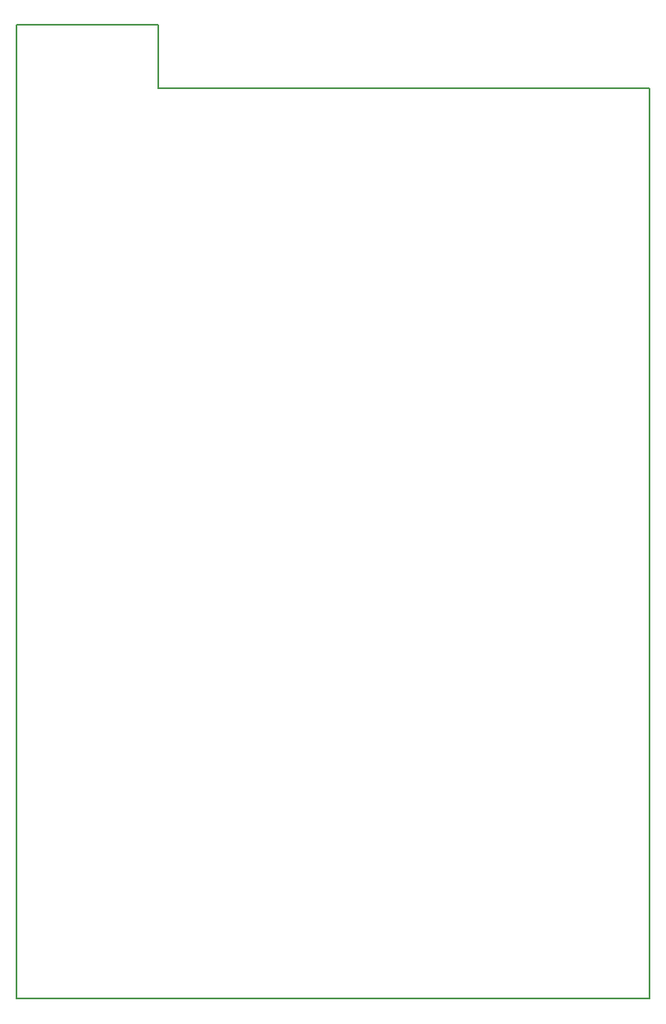
<source format=gbr>
%TF.GenerationSoftware,KiCad,Pcbnew,9.0.1*%
%TF.CreationDate,2025-06-17T15:21:47+02:00*%
%TF.ProjectId,open_g,6f70656e-5f67-42e6-9b69-6361645f7063,rev?*%
%TF.SameCoordinates,Original*%
%TF.FileFunction,Profile,NP*%
%FSLAX46Y46*%
G04 Gerber Fmt 4.6, Leading zero omitted, Abs format (unit mm)*
G04 Created by KiCad (PCBNEW 9.0.1) date 2025-06-17 15:21:47*
%MOMM*%
%LPD*%
G01*
G04 APERTURE LIST*
%TA.AperFunction,Profile*%
%ADD10C,0.200000*%
%TD*%
G04 APERTURE END LIST*
D10*
X100000000Y-50000000D02*
X114500000Y-50000000D01*
X100000000Y-150000000D02*
X100000000Y-50000000D01*
X165000000Y-56500000D02*
X165000000Y-150000000D01*
X165000000Y-150000000D02*
X100000000Y-150000000D01*
X114500000Y-56500000D02*
X114500000Y-50000000D01*
X165000000Y-56500000D02*
X114500000Y-56500000D01*
M02*

</source>
